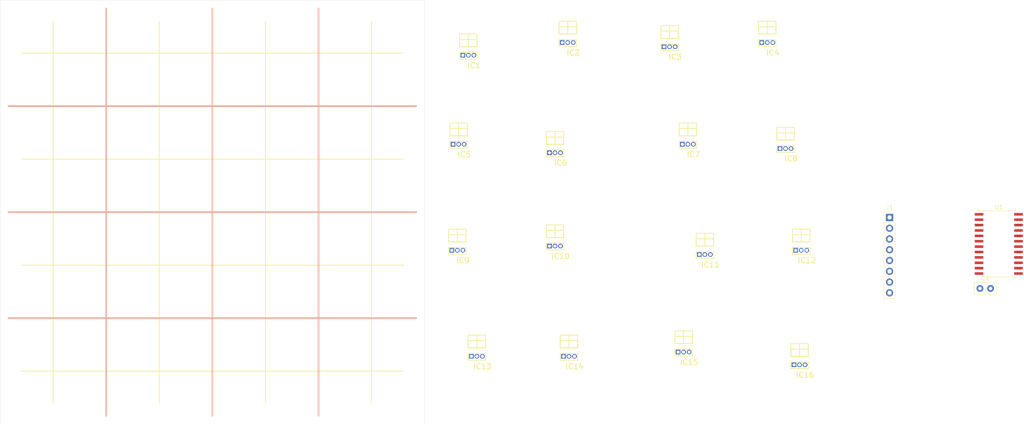
<source format=kicad_pcb>
(kicad_pcb (version 20240108) (generator "pcbnew") (generator_version "8.0")
  (title_block (title "Chessboard hardware - Chessboard sensor quarter") (rev "0") (comment 1 "This is only one quarter of the entire sensing array.") (comment 2 "An Arduino Nano is expected to handle all four sensing quarters.") (comment 3 "The quarter is 100x100mm to make it cheap, because minimum order of 5 PCBs."))
  (layers (0 "F.Cu" signal) (31 "B.Cu" signal) (34 "B.Paste" user) (35 "F.Paste" user) (36 "B.SilkS" user "B.Silkscreen") (37 "F.SilkS" user "F.Silkscreen") (38 "B.Mask" user) (39 "F.Mask" user) (44 "Edge.Cuts" user))
  (net 0 "")
  (net 1 "GND")
  (net 2 "VCC")
  (net 3 "Net-(IC1-O)")
  (net 4 "Net-(IC2-O)")
  (net 5 "Net-(IC3-O)")
  (net 6 "Net-(IC4-O)")
  (net 7 "Net-(IC5-O)")
  (net 8 "Net-(IC6-O)")
  (net 9 "Net-(IC7-O)")
  (net 10 "Net-(IC8-O)")
  (net 11 "Net-(IC9-O)")
  (net 12 "Net-(IC10-O)")
  (net 13 "Net-(IC11-O)")
  (net 14 "Net-(IC12-O)")
  (net 15 "Net-(IC13-O)")
  (net 16 "Net-(IC14-O)")
  (net 17 "Net-(IC15-O)")
  (net 18 "Net-(IC16-O)")
  (net 19 "Net-(J1-Pin_7)")
  (net 20 "Net-(J1-Pin_8)")
  (net 21 "Net-(J1-Pin_3)")
  (net 22 "Net-(J1-Pin_6)")
  (net 23 "Net-(J1-Pin_4)")
  (net 24 "Net-(J1-Pin_5)")
  (footprint "Custom SamacSys Footprints:TO130P160X410X300-3P" (layer "F.Cu") (at 180.7 86)
    (property "Reference" "IC6" (at 1.3 2.4 0) (layer "F.SilkS") (effects (font (size 1.27 1.27) (thickness 0.254))))
    (property "Value" "SS49E" (hide yes))
    (fp_line (start -2.05 -0.69) (end -2.05 0.9) (stroke (width 0.2)) (layer "F.SilkS"))
    (fp_line (start 0 -5) (end 0 -2) (stroke (width 0.2)) (layer "F.SilkS"))
    (fp_line (start 2.05 -0.69) (end -2.05 -0.69) (stroke (width 0.2)) (layer "F.SilkS"))
    (fp_line (start 2.05 0.9) (end -2.05 0.9) (stroke (width 0.2)) (layer "F.SilkS"))
    (fp_line (start 2.05 0.9) (end 2.05 -0.69) (stroke (width 0.2)) (layer "F.SilkS"))
    (fp_rect (start -2.05 -5) (end 2.05 -2) (stroke (width 0.2)) (fill none) (layer "F.SilkS"))
    (fp_rect (start -2.05 -3.7) (end 2.05 -2) (stroke (width 0.2)) (fill none) (layer "F.SilkS"))
    (pad "1" thru_hole rect (at -1.3 0) (size 1.08 1.08) (drill 0.68) (layers "*.Cu" "*.Mask") (net 2 "VCC"))
    (pad "2" thru_hole circle (at 0 0) (size 1.08 1.08) (drill 0.68) (layers "*.Cu" "*.Mask") (net 1 "GND"))
    (pad "3" thru_hole circle (at 1.3 0) (size 1.08 1.08) (drill 0.68) (layers "*.Cu" "*.Mask") (net 8 "Net-(IC6-O)"))
  )
  (footprint "Custom SamacSys Footprints:TO130P160X410X300-3P" (layer "F.Cu") (at 230.7 60)
    (property "Reference" "IC4" (at 1.3 2.4 0) (layer "F.SilkS") (effects (font (size 1.27 1.27) (thickness 0.254))))
    (property "Value" "SS49E" (hide yes))
    (fp_line (start -2.05 -0.69) (end -2.05 0.9) (stroke (width 0.2)) (layer "F.SilkS"))
    (fp_line (start 0 -5) (end 0 -2) (stroke (width 0.2)) (layer "F.SilkS"))
    (fp_line (start 2.05 -0.69) (end -2.05 -0.69) (stroke (width 0.2)) (layer "F.SilkS"))
    (fp_line (start 2.05 0.9) (end -2.05 0.9) (stroke (width 0.2)) (layer "F.SilkS"))
    (fp_line (start 2.05 0.9) (end 2.05 -0.69) (stroke (width 0.2)) (layer "F.SilkS"))
    (fp_rect (start -2.05 -5) (end 2.05 -2) (stroke (width 0.2)) (fill none) (layer "F.SilkS"))
    (fp_rect (start -2.05 -3.7) (end 2.05 -2) (stroke (width 0.2)) (fill none) (layer "F.SilkS"))
    (pad "1" thru_hole rect (at -1.3 0) (size 1.08 1.08) (drill 0.68) (layers "*.Cu" "*.Mask") (net 2 "VCC"))
    (pad "2" thru_hole circle (at 0 0) (size 1.08 1.08) (drill 0.68) (layers "*.Cu" "*.Mask") (net 1 "GND"))
    (pad "3" thru_hole circle (at 1.3 0) (size 1.08 1.08) (drill 0.68) (layers "*.Cu" "*.Mask") (net 6 "Net-(IC4-O)"))
  )
  (footprint "Custom SamacSys Footprints:TO130P160X410X300-3P" (layer "F.Cu") (at 216 110)
    (property "Reference" "IC11" (at 1.3 2.4 0) (layer "F.SilkS") (effects (font (size 1.27 1.27) (thickness 0.254))))
    (property "Value" "SS49E" (hide yes))
    (fp_line (start -2.05 -0.69) (end -2.05 0.9) (stroke (width 0.2)) (layer "F.SilkS"))
    (fp_line (start 0 -5) (end 0 -2) (stroke (width 0.2)) (layer "F.SilkS"))
    (fp_line (start 2.05 -0.69) (end -2.05 -0.69) (stroke (width 0.2)) (layer "F.SilkS"))
    (fp_line (start 2.05 0.9) (end -2.05 0.9) (stroke (width 0.2)) (layer "F.SilkS"))
    (fp_line (start 2.05 0.9) (end 2.05 -0.69) (stroke (width 0.2)) (layer "F.SilkS"))
    (fp_rect (start -2.05 -5) (end 2.05 -2) (stroke (width 0.2)) (fill none) (layer "F.SilkS"))
    (fp_rect (start -2.05 -3.7) (end 2.05 -2) (stroke (width 0.2)) (fill none) (layer "F.SilkS"))
    (pad "1" thru_hole rect (at -1.3 0) (size 1.08 1.08) (drill 0.68) (layers "*.Cu" "*.Mask") (net 2 "VCC"))
    (pad "2" thru_hole circle (at 0 0) (size 1.08 1.08) (drill 0.68) (layers "*.Cu" "*.Mask") (net 1 "GND"))
    (pad "3" thru_hole circle (at 1.3 0) (size 1.08 1.08) (drill 0.68) (layers "*.Cu" "*.Mask") (net 13 "Net-(IC11-O)"))
  )
  (footprint "Custom SamacSys Footprints:TO130P160X410X300-3P" (layer "F.Cu") (at 160.3 63)
    (property "Reference" "IC1" (at 1.3 2.4 0) (layer "F.SilkS") (effects (font (size 1.27 1.27) (thickness 0.254))))
    (property "Value" "SS49E" (hide yes))
    (fp_line (start -2.05 -0.69) (end -2.05 0.9) (stroke (width 0.2)) (layer "F.SilkS"))
    (fp_line (start 0 -5) (end 0 -2) (stroke (width 0.2)) (layer "F.SilkS"))
    (fp_line (start 2.05 -0.69) (end -2.05 -0.69) (stroke (width 0.2)) (layer "F.SilkS"))
    (fp_line (start 2.05 0.9) (end -2.05 0.9) (stroke (width 0.2)) (layer "F.SilkS"))
    (fp_line (start 2.05 0.9) (end 2.05 -0.69) (stroke (width 0.2)) (layer "F.SilkS"))
    (fp_rect (start -2.05 -5) (end 2.05 -2) (stroke (width 0.2)) (fill none) (layer "F.SilkS"))
    (fp_rect (start -2.05 -3.7) (end 2.05 -2) (stroke (width 0.2)) (fill none) (layer "F.SilkS"))
    (pad "1" thru_hole rect (at -1.3 0) (size 1.08 1.08) (drill 0.68) (layers "*.Cu" "*.Mask") (net 2 "VCC"))
    (pad "2" thru_hole circle (at 0 0) (size 1.08 1.08) (drill 0.68) (layers "*.Cu" "*.Mask") (net 1 "GND"))
    (pad "3" thru_hole circle (at 1.3 0) (size 1.08 1.08) (drill 0.68) (layers "*.Cu" "*.Mask") (net 3 "Net-(IC1-O)"))
  )
  (footprint "Custom SamacSys Footprints:TO130P160X410X300-3P" (layer "F.Cu") (at 184 134)
    (property "Reference" "IC14" (at 1.3 2.4 0) (layer "F.SilkS") (effects (font (size 1.27 1.27) (thickness 0.254))))
    (property "Value" "SS49E" (hide yes))
    (fp_line (start -2.05 -0.69) (end -2.05 0.9) (stroke (width 0.2)) (layer "F.SilkS"))
    (fp_line (start 0 -5) (end 0 -2) (stroke (width 0.2)) (layer "F.SilkS"))
    (fp_line (start 2.05 -0.69) (end -2.05 -0.69) (stroke (width 0.2)) (layer "F.SilkS"))
    (fp_line (start 2.05 0.9) (end -2.05 0.9) (stroke (width 0.2)) (layer "F.SilkS"))
    (fp_line (start 2.05 0.9) (end 2.05 -0.69) (stroke (width 0.2)) (layer "F.SilkS"))
    (fp_rect (start -2.05 -5) (end 2.05 -2) (stroke (width 0.2)) (fill none) (layer "F.SilkS"))
    (fp_rect (start -2.05 -3.7) (end 2.05 -2) (stroke (width 0.2)) (fill none) (layer "F.SilkS"))
    (pad "1" thru_hole rect (at -1.3 0) (size 1.08 1.08) (drill 0.68) (layers "*.Cu" "*.Mask") (net 2 "VCC"))
    (pad "2" thru_hole circle (at 0 0) (size 1.08 1.08) (drill 0.68) (layers "*.Cu" "*.Mask") (net 1 "GND"))
    (pad "3" thru_hole circle (at 1.3 0) (size 1.08 1.08) (drill 0.68) (layers "*.Cu" "*.Mask") (net 16 "Net-(IC14-O)"))
  )
  (footprint "Custom SamacSys Footprints:TO130P160X410X300-3P" (layer "F.Cu") (at 162.3 134)
    (property "Reference" "IC13" (at 1.3 2.4 0) (layer "F.SilkS") (effects (font (size 1.27 1.27) (thickness 0.254))))
    (property "Value" "SS49E" (hide yes))
    (fp_line (start -2.05 -0.69) (end -2.05 0.9) (stroke (width 0.2)) (layer "F.SilkS"))
    (fp_line (start 0 -5) (end 0 -2) (stroke (width 0.2)) (layer "F.SilkS"))
    (fp_line (start 2.05 -0.69) (end -2.05 -0.69) (stroke (width 0.2)) (layer "F.SilkS"))
    (fp_line (start 2.05 0.9) (end -2.05 0.9) (stroke (width 0.2)) (layer "F.SilkS"))
    (fp_line (start 2.05 0.9) (end 2.05 -0.69) (stroke (width 0.2)) (layer "F.SilkS"))
    (fp_rect (start -2.05 -5) (end 2.05 -2) (stroke (width 0.2)) (fill none) (layer "F.SilkS"))
    (fp_rect (start -2.05 -3.7) (end 2.05 -2) (stroke (width 0.2)) (fill none) (layer "F.SilkS"))
    (pad "1" thru_hole rect (at -1.3 0) (size 1.08 1.08) (drill 0.68) (layers "*.Cu" "*.Mask") (net 2 "VCC"))
    (pad "2" thru_hole circle (at 0 0) (size 1.08 1.08) (drill 0.68) (layers "*.Cu" "*.Mask") (net 1 "GND"))
    (pad "3" thru_hole circle (at 1.3 0) (size 1.08 1.08) (drill 0.68) (layers "*.Cu" "*.Mask") (net 15 "Net-(IC13-O)"))
  )
  (footprint "Custom SamacSys Footprints:TO130P160X410X300-3P" (layer "F.Cu") (at 238.7 109)
    (property "Reference" "IC12" (at 1.3 2.4 0) (layer "F.SilkS") (effects (font (size 1.27 1.27) (thickness 0.254))))
    (property "Value" "SS49E" (hide yes))
    (fp_line (start -2.05 -0.69) (end -2.05 0.9) (stroke (width 0.2)) (layer "F.SilkS"))
    (fp_line (start 0 -5) (end 0 -2) (stroke (width 0.2)) (layer "F.SilkS"))
    (fp_line (start 2.05 -0.69) (end -2.05 -0.69) (stroke (width 0.2)) (layer "F.SilkS"))
    (fp_line (start 2.05 0.9) (end -2.05 0.9) (stroke (width 0.2)) (layer "F.SilkS"))
    (fp_line (start 2.05 0.9) (end 2.05 -0.69) (stroke (width 0.2)) (layer "F.SilkS"))
    (fp_rect (start -2.05 -5) (end 2.05 -2) (stroke (width 0.2)) (fill none) (layer "F.SilkS"))
    (fp_rect (start -2.05 -3.7) (end 2.05 -2) (stroke (width 0.2)) (fill none) (layer "F.SilkS"))
    (pad "1" thru_hole rect (at -1.3 0) (size 1.08 1.08) (drill 0.68) (layers "*.Cu" "*.Mask") (net 2 "VCC"))
    (pad "2" thru_hole circle (at 0 0) (size 1.08 1.08) (drill 0.68) (layers "*.Cu" "*.Mask") (net 1 "GND"))
    (pad "3" thru_hole circle (at 1.3 0) (size 1.08 1.08) (drill 0.68) (layers "*.Cu" "*.Mask") (net 14 "Net-(IC12-O)"))
  )
  (footprint "Custom SamacSys Footprints:TO130P160X410X300-3P" (layer "F.Cu") (at 207.7 61)
    (property "Reference" "IC3" (at 1.3 2.4 0) (layer "F.SilkS") (effects (font (size 1.27 1.27) (thickness 0.254))))
    (property "Value" "SS49E" (hide yes))
    (fp_line (start -2.05 -0.69) (end -2.05 0.9) (stroke (width 0.2)) (layer "F.SilkS"))
    (fp_line (start 0 -5) (end 0 -2) (stroke (width 0.2)) (layer "F.SilkS"))
    (fp_line (start 2.05 -0.69) (end -2.05 -0.69) (stroke (width 0.2)) (layer "F.SilkS"))
    (fp_line (start 2.05 0.9) (end -2.05 0.9) (stroke (width 0.2)) (layer "F.SilkS"))
    (fp_line (start 2.05 0.9) (end 2.05 -0.69) (stroke (width 0.2)) (layer "F.SilkS"))
    (fp_rect (start -2.05 -5) (end 2.05 -2) (stroke (width 0.2)) (fill none) (layer "F.SilkS"))
    (fp_rect (start -2.05 -3.7) (end 2.05 -2) (stroke (width 0.2)) (fill none) (layer "F.SilkS"))
    (pad "1" thru_hole rect (at -1.3 0) (size 1.08 1.08) (drill 0.68) (layers "*.Cu" "*.Mask") (net 2 "VCC"))
    (pad "2" thru_hole circle (at 0 0) (size 1.08 1.08) (drill 0.68) (layers "*.Cu" "*.Mask") (net 1 "GND"))
    (pad "3" thru_hole circle (at 1.3 0) (size 1.08 1.08) (drill 0.68) (layers "*.Cu" "*.Mask") (net 5 "Net-(IC3-O)"))
  )
  (footprint "Custom SamacSys Footprints:TO130P160X410X300-3P" (layer "F.Cu") (at 180.7 108)
    (property "Reference" "IC10" (at 1.3 2.4 0) (layer "F.SilkS") (effects (font (size 1.27 1.27) (thickness 0.254))))
    (property "Value" "SS49E" (hide yes))
    (fp_line (start -2.05 -0.69) (end -2.05 0.9) (stroke (width 0.2)) (layer "F.SilkS"))
    (fp_line (start 0 -5) (end 0 -2) (stroke (width 0.2)) (layer "F.SilkS"))
    (fp_line (start 2.05 -0.69) (end -2.05 -0.69) (stroke (width 0.2)) (layer "F.SilkS"))
    (fp_line (start 2.05 0.9) (end -2.05 0.9) (stroke (width 0.2)) (layer "F.SilkS"))
    (fp_line (start 2.05 0.9) (end 2.05 -0.69) (stroke (width 0.2)) (layer "F.SilkS"))
    (fp_rect (start -2.05 -5) (end 2.05 -2) (stroke (width 0.2)) (fill none) (layer "F.SilkS"))
    (fp_rect (start -2.05 -3.7) (end 2.05 -2) (stroke (width 0.2)) (fill none) (layer "F.SilkS"))
    (pad "1" thru_hole rect (at -1.3 0) (size 1.08 1.08) (drill 0.68) (layers "*.Cu" "*.Mask") (net 2 "VCC"))
    (pad "2" thru_hole circle (at 0 0) (size 1.08 1.08) (drill 0.68) (layers "*.Cu" "*.Mask") (net 1 "GND"))
    (pad "3" thru_hole circle (at 1.3 0) (size 1.08 1.08) (drill 0.68) (layers "*.Cu" "*.Mask") (net 12 "Net-(IC10-O)"))
  )
  (footprint "Custom SamacSys Footprints:TO130P160X410X300-3P" (layer "F.Cu") (at 183.7 60)
    (property "Reference" "IC2" (at 1.3 2.4 0) (layer "F.SilkS") (effects (font (size 1.27 1.27) (thickness 0.254))))
    (property "Value" "SS49E" (hide yes))
    (fp_line (start -2.05 -0.69) (end -2.05 0.9) (stroke (width 0.2)) (layer "F.SilkS"))
    (fp_line (start 0 -5) (end 0 -2) (stroke (width 0.2)) (layer "F.SilkS"))
    (fp_line (start 2.05 -0.69) (end -2.05 -0.69) (stroke (width 0.2)) (layer "F.SilkS"))
    (fp_line (start 2.05 0.9) (end -2.05 0.9) (stroke (width 0.2)) (layer "F.SilkS"))
    (fp_line (start 2.05 0.9) (end 2.05 -0.69) (stroke (width 0.2)) (layer "F.SilkS"))
    (fp_rect (start -2.05 -5) (end 2.05 -2) (stroke (width 0.2)) (fill none) (layer "F.SilkS"))
    (fp_rect (start -2.05 -3.7) (end 2.05 -2) (stroke (width 0.2)) (fill none) (layer "F.SilkS"))
    (pad "1" thru_hole rect (at -1.3 0) (size 1.08 1.08) (drill 0.68) (layers "*.Cu" "*.Mask") (net 2 "VCC"))
    (pad "2" thru_hole circle (at 0 0) (size 1.08 1.08) (drill 0.68) (layers "*.Cu" "*.Mask") (net 1 "GND"))
    (pad "3" thru_hole circle (at 1.3 0) (size 1.08 1.08) (drill 0.68) (layers "*.Cu" "*.Mask") (net 4 "Net-(IC2-O)"))
  )
  (footprint "Package_SO:SOIC-24W_7.5x15.4mm_P1.27mm" (layer "F.Cu") (at 285.23 107.5)
    (property "Reference" "U1" (at 0 -8.65 0) (layer "F.SilkS"))
    (property "Value" "CD74HC4067M")
    (fp_line (start -3.86 -7.81) (end -3.86 -7.545) (stroke (width 0.12)) (layer "F.SilkS"))
    (fp_line (start -3.86 7.81) (end -3.86 7.545) (stroke (width 0.12)) (layer "F.SilkS"))
    (fp_line (start 0 -7.81) (end -3.86 -7.81) (stroke (width 0.12)) (layer "F.SilkS"))
    (fp_line (start 0 -7.81) (end 3.86 -7.81) (stroke (width 0.12)) (layer "F.SilkS"))
    (fp_line (start 0 7.81) (end -3.86 7.81) (stroke (width 0.12)) (layer "F.SilkS"))
    (fp_line (start 0 7.81) (end 3.86 7.81) (stroke (width 0.12)) (layer "F.SilkS"))
    (fp_line (start 3.86 -7.81) (end 3.86 -7.545) (stroke (width 0.12)) (layer "F.SilkS"))
    (fp_line (start 3.86 7.81) (end 3.86 7.545) (stroke (width 0.12)) (layer "F.SilkS"))
    (fp_poly (pts (xy -4.7125 -7.545) (xy -5.0525 -8.015) (xy -4.3725 -8.015) (xy -4.7125 -7.545)) (stroke (width 0.12)) (fill solid) (layer "F.SilkS"))
    (pad "1" smd roundrect (at -4.65 -6.985) (size 2.05 0.6) (layers "F.Cu" "F.Paste" "F.Mask") (net 23 "Net-(J1-Pin_4)"))
    (pad "2" smd roundrect (at -4.65 -5.715) (size 2.05 0.6) (layers "F.Cu" "F.Paste" "F.Mask") (net 10 "Net-(IC8-O)"))
    (pad "3" smd roundrect (at -4.65 -4.445) (size 2.05 0.6) (layers "F.Cu" "F.Paste" "F.Mask") (net 9 "Net-(IC7-O)"))
    (pad "4" smd roundrect (at -4.65 -3.175) (size 2.05 0.6) (layers "F.Cu" "F.Paste" "F.Mask") (net 8 "Net-(IC6-O)"))
    (pad "5" smd roundrect (at -4.65 -1.905) (size 2.05 0.6) (layers "F.Cu" "F.Paste" "F.Mask") (net 7 "Net-(IC5-O)"))
    (pad "6" smd roundrect (at -4.65 -0.635) (size 2.05 0.6) (layers "F.Cu" "F.Paste" "F.Mask") (net 6 "Net-(IC4-O)"))
    (pad "7" smd roundrect (at -4.65 0.635) (size 2.05 0.6) (layers "F.Cu" "F.Paste" "F.Mask") (net 5 "Net-(IC3-O)"))
    (pad "8" smd roundrect (at -4.65 1.905) (size 2.05 0.6) (layers "F.Cu" "F.Paste" "F.Mask") (net 4 "Net-(IC2-O)"))
    (pad "9" smd roundrect (at -4.65 3.175) (size 2.05 0.6) (layers "F.Cu" "F.Paste" "F.Mask") (net 3 "Net-(IC1-O)"))
    (pad "10" smd roundrect (at -4.65 4.445) (size 2.05 0.6) (layers "F.Cu" "F.Paste" "F.Mask") (net 24 "Net-(J1-Pin_5)"))
    (pad "11" smd roundrect (at -4.65 5.715) (size 2.05 0.6) (layers "F.Cu" "F.Paste" "F.Mask") (net 22 "Net-(J1-Pin_6)"))
    (pad "12" smd roundrect (at -4.65 6.985) (size 2.05 0.6) (layers "F.Cu" "F.Paste" "F.Mask") (net 1 "GND"))
    (pad "13" smd roundrect (at 4.65 6.985) (size 2.05 0.6) (layers "F.Cu" "F.Paste" "F.Mask") (net 20 "Net-(J1-Pin_8)"))
    (pad "14" smd roundrect (at 4.65 5.715) (size 2.05 0.6) (layers "F.Cu" "F.Paste" "F.Mask") (net 19 "Net-(J1-Pin_7)"))
    (pad "15" smd roundrect (at 4.65 4.445) (size 2.05 0.6) (layers "F.Cu" "F.Paste" "F.Mask") (net 21 "Net-(J1-Pin_3)"))
    (pad "16" smd roundrect (at 4.65 3.175) (size 2.05 0.6) (layers "F.Cu" "F.Paste" "F.Mask") (net 18 "Net-(IC16-O)"))
    (pad "17" smd roundrect (at 4.65 1.905) (size 2.05 0.6) (layers "F.Cu" "F.Paste" "F.Mask") (net 17 "Net-(IC15-O)"))
    (pad "18" smd roundrect (at 4.65 0.635) (size 2.05 0.6) (layers "F.Cu" "F.Paste" "F.Mask") (net 16 "Net-(IC14-O)"))
    (pad "19" smd roundrect (at 4.65 -0.635) (size 2.05 0.6) (layers "F.Cu" "F.Paste" "F.Mask") (net 15 "Net-(IC13-O)"))
    (pad "20" smd roundrect (at 4.65 -1.905) (size 2.05 0.6) (layers "F.Cu" "F.Paste" "F.Mask") (net 14 "Net-(IC12-O)"))
    (pad "21" smd roundrect (at 4.65 -3.175) (size 2.05 0.6) (layers "F.Cu" "F.Paste" "F.Mask") (net 13 "Net-(IC11-O)"))
    (pad "22" smd roundrect (at 4.65 -4.445) (size 2.05 0.6) (layers "F.Cu" "F.Paste" "F.Mask") (net 12 "Net-(IC10-O)"))
    (pad "23" smd roundrect (at 4.65 -5.715) (size 2.05 0.6) (layers "F.Cu" "F.Paste" "F.Mask") (net 11 "Net-(IC9-O)"))
    (pad "24" smd roundrect (at 4.65 -6.985) (size 2.05 0.6) (layers "F.Cu" "F.Paste" "F.Mask") (net 2 "VCC"))
  )
  (footprint "Custom SamacSys Footprints:TO130P160X410X300-3P" (layer "F.Cu") (at 238.3 136)
    (property "Reference" "IC16" (at 1.3 2.4 0) (layer "F.SilkS") (effects (font (size 1.27 1.27) (thickness 0.254))))
    (property "Value" "SS49E" (hide yes))
    (fp_line (start -2.05 -0.69) (end -2.05 0.9) (stroke (width 0.2)) (layer "F.SilkS"))
    (fp_line (start 0 -5) (end 0 -2) (stroke (width 0.2)) (layer "F.SilkS"))
    (fp_line (start 2.05 -0.69) (end -2.05 -0.69) (stroke (width 0.2)) (layer "F.SilkS"))
    (fp_line (start 2.05 0.9) (end -2.05 0.9) (stroke (width 0.2)) (layer "F.SilkS"))
    (fp_line (start 2.05 0.9) (end 2.05 -0.69) (stroke (width 0.2)) (layer "F.SilkS"))
    (fp_rect (start -2.05 -5) (end 2.05 -2) (stroke (width 0.2)) (fill none) (layer "F.SilkS"))
    (fp_rect (start -2.05 -3.7) (end 2.05 -2) (stroke (width 0.2)) (fill none) (layer "F.SilkS"))
    (pad "1" thru_hole rect (at -1.3 0) (size 1.08 1.08) (drill 0.68) (layers "*.Cu" "*.Mask") (net 2 "VCC"))
    (pad "2" thru_hole circle (at 0 0) (size 1.08 1.08) (drill 0.68) (layers "*.Cu" "*.Mask") (net 1 "GND"))
    (pad "3" thru_hole circle (at 1.3 0) (size 1.08 1.08) (drill 0.68) (layers "*.Cu" "*.Mask") (net 18 "Net-(IC16-O)"))
  )
  (footprint "Connector_PinHeader_2.54mm:PinHeader_1x08_P2.54mm_Vertical" (layer "F.Cu") (at 259.5 101.25)
    (property "Reference" "J1" (at 0 -2.33 0) (layer "F.SilkS"))
    (property "Value" "Conn_01x08_Pin")
    (fp_line (start -1.33 -1.33) (end 0 -1.33) (stroke (width 0.12)) (layer "F.SilkS"))
    (fp_line (start -1.33 0) (end -1.33 -1.33) (stroke (width 0.12)) (layer "F.SilkS"))
    (fp_line (start -1.33 1.27) (end -1.33 19.11) (stroke (width 0.12)) (layer "F.SilkS"))
    (fp_line (start -1.33 1.27) (end 1.33 1.27) (stroke (width 0.12)) (layer "F.SilkS"))
    (fp_line (start -1.33 19.11) (end 1.33 19.11) (stroke (width 0.12)) (layer "F.SilkS"))
    (fp_line (start 1.33 1.27) (end 1.33 19.11) (stroke (width 0.12)) (layer "F.SilkS"))
    (pad "1" thru_hole rect (at 0 0) (size 1.7 1.7) (drill 1) (layers "*.Cu" "*.Mask") (net 2 "VCC"))
    (pad "2" thru_hole oval (at 0 2.54) (size 1.7 1.7) (drill 1) (layers "*.Cu" "*.Mask") (net 1 "GND"))
    (pad "3" thru_hole oval (at 0 5.08) (size 1.7 1.7) (drill 1) (layers "*.Cu" "*.Mask") (net 21 "Net-(J1-Pin_3)"))
    (pad "4" thru_hole oval (at 0 7.62) (size 1.7 1.7) (drill 1) (layers "*.Cu" "*.Mask") (net 23 "Net-(J1-Pin_4)"))
    (pad "5" thru_hole oval (at 0 10.16) (size 1.7 1.7) (drill 1) (layers "*.Cu" "*.Mask") (net 24 "Net-(J1-Pin_5)"))
    (pad "6" thru_hole oval (at 0 12.7) (size 1.7 1.7) (drill 1) (layers "*.Cu" "*.Mask") (net 22 "Net-(J1-Pin_6)"))
    (pad "7" thru_hole oval (at 0 15.24) (size 1.7 1.7) (drill 1) (layers "*.Cu" "*.Mask") (net 19 "Net-(J1-Pin_7)"))
    (pad "8" thru_hole oval (at 0 17.78) (size 1.7 1.7) (drill 1) (layers "*.Cu" "*.Mask") (net 20 "Net-(J1-Pin_8)"))
  )
  (footprint "Capacitor_THT:C_Disc_D5.0mm_W2.5mm_P2.50mm" (layer "F.Cu") (at 280.8 118)
    (property "Reference" "C1" (at 1.25 -2.5 0) (layer "F.SilkS"))
    (property "Value" "100nf")
    (fp_line (start -1.37 -1.37) (end -1.37 1.37) (stroke (width 0.12)) (layer "F.SilkS"))
    (fp_line (start -1.37 -1.37) (end 3.87 -1.37) (stroke (width 0.12)) (layer "F.SilkS"))
    (fp_line (start -1.37 1.37) (end 3.87 1.37) (stroke (width 0.12)) (layer "F.SilkS"))
    (fp_line (start 3.87 -1.37) (end 3.87 1.37) (stroke (width 0.12)) (layer "F.SilkS"))
    (pad "1" thru_hole circle (at 0 0) (size 1.6 1.6) (drill 0.8) (layers "*.Cu" "*.Mask") (net 1 "GND"))
    (pad "2" thru_hole circle (at 2.5 0) (size 1.6 1.6) (drill 0.8) (layers "*.Cu" "*.Mask") (net 2 "VCC"))
  )
  (footprint "Custom SamacSys Footprints:TO130P160X410X300-3P" (layer "F.Cu") (at 158 84)
    (property "Reference" "IC5" (at 1.3 2.4 0) (layer "F.SilkS") (effects (font (size 1.27 1.27) (thickness 0.254))))
    (property "Value" "SS49E" (hide yes))
    (fp_line (start -2.05 -0.69) (end -2.05 0.9) (stroke (width 0.2)) (layer "F.SilkS"))
    (fp_line (start 0 -5) (end 0 -2) (stroke (width 0.2)) (layer "F.SilkS"))
    (fp_line (start 2.05 -0.69) (end -2.05 -0.69) (stroke (width 0.2)) (layer "F.SilkS"))
    (fp_line (start 2.05 0.9) (end -2.05 0.9) (stroke (width 0.2)) (layer "F.SilkS"))
    (fp_line (start 2.05 0.9) (end 2.05 -0.69) (stroke (width 0.2)) (layer "F.SilkS"))
    (fp_rect (start -2.05 -5) (end 2.05 -2) (stroke (width 0.2)) (fill none) (layer "F.SilkS"))
    (fp_rect (start -2.05 -3.7) (end 2.05 -2) (stroke (width 0.2)) (fill none) (layer "F.SilkS"))
    (pad "1" thru_hole rect (at -1.3 0) (size 1.08 1.08) (drill 0.68) (layers "*.Cu" "*.Mask") (net 2 "VCC"))
    (pad "2" thru_hole circle (at 0 0) (size 1.08 1.08) (drill 0.68) (layers "*.Cu" "*.Mask") (net 1 "GND"))
    (pad "3" thru_hole circle (at 1.3 0) (size 1.08 1.08) (drill 0.68) (layers "*.Cu" "*.Mask") (net 7 "Net-(IC5-O)"))
  )
  (footprint "Custom SamacSys Footprints:TO130P160X410X300-3P" (layer "F.Cu") (at 157.7 109)
    (property "Reference" "IC9" (at 1.3 2.4 0) (layer "F.SilkS") (effects (font (size 1.27 1.27) (thickness 0.254))))
    (property "Value" "SS49E" (hide yes))
    (fp_line (start -2.05 -0.69) (end -2.05 0.9) (stroke (width 0.2)) (layer "F.SilkS"))
    (fp_line (start 0 -5) (end 0 -2) (stroke (width 0.2)) (layer "F.SilkS"))
    (fp_line (start 2.05 -0.69) (end -2.05 -0.69) (stroke (width 0.2)) (layer "F.SilkS"))
    (fp_line (start 2.05 0.9) (end -2.05 0.9) (stroke (width 0.2)) (layer "F.SilkS"))
    (fp_line (start 2.05 0.9) (end 2.05 -0.69) (stroke (width 0.2)) (layer "F.SilkS"))
    (fp_rect (start -2.05 -5) (end 2.05 -2) (stroke (width 0.2)) (fill none) (layer "F.SilkS"))
    (fp_rect (start -2.05 -3.7) (end 2.05 -2) (stroke (width 0.2)) (fill none) (layer "F.SilkS"))
    (pad "1" thru_hole rect (at -1.3 0) (size 1.08 1.08) (drill 0.68) (layers "*.Cu" "*.Mask") (net 2 "VCC"))
    (pad "2" thru_hole circle (at 0 0) (size 1.08 1.08) (drill 0.68) (layers "*.Cu" "*.Mask") (net 1 "GND"))
    (pad "3" thru_hole circle (at 1.3 0) (size 1.08 1.08) (drill 0.68) (layers "*.Cu" "*.Mask") (net 11 "Net-(IC9-O)"))
  )
  (footprint "Custom SamacSys Footprints:TO130P160X410X300-3P" (layer "F.Cu") (at 211 133)
    (property "Reference" "IC15" (at 1.3 2.4 0) (layer "F.SilkS") (effects (font (size 1.27 1.27) (thickness 0.254))))
    (property "Value" "SS49E" (hide yes))
    (fp_line (start -2.05 -0.69) (end -2.05 0.9) (stroke (width 0.2)) (layer "F.SilkS"))
    (fp_line (start 0 -5) (end 0 -2) (stroke (width 0.2)) (layer "F.SilkS"))
    (fp_line (start 2.05 -0.69) (end -2.05 -0.69) (stroke (width 0.2)) (layer "F.SilkS"))
    (fp_line (start 2.05 0.9) (end -2.05 0.9) (stroke (width 0.2)) (layer "F.SilkS"))
    (fp_line (start 2.05 0.9) (end 2.05 -0.69) (stroke (width 0.2)) (layer "F.SilkS"))
    (fp_rect (start -2.05 -5) (end 2.05 -2) (stroke (width 0.2)) (fill none) (layer "F.SilkS"))
    (fp_rect (start -2.05 -3.7) (end 2.05 -2) (stroke (width 0.2)) (fill none) (layer "F.SilkS"))
    (pad "1" thru_hole rect (at -1.3 0) (size 1.08 1.08) (drill 0.68) (layers "*.Cu" "*.Mask") (net 2 "VCC"))
    (pad "2" thru_hole circle (at 0 0) (size 1.08 1.08) (drill 0.68) (layers "*.Cu" "*.Mask") (net 1 "GND"))
    (pad "3" thru_hole circle (at 1.3 0) (size 1.08 1.08) (drill 0.68) (layers "*.Cu" "*.Mask") (net 17 "Net-(IC15-O)"))
  )
  (footprint "Custom SamacSys Footprints:TO130P160X410X300-3P" (layer "F.Cu") (at 235 85)
    (property "Reference" "IC8" (at 1.3 2.4 0) (layer "F.SilkS") (effects (font (size 1.27 1.27) (thickness 0.254))))
    (property "Value" "SS49E" (hide yes))
    (fp_line (start -2.05 -0.69) (end -2.05 0.9) (stroke (width 0.2)) (layer "F.SilkS"))
    (fp_line (start 0 -5) (end 0 -2) (stroke (width 0.2)) (layer "F.SilkS"))
    (fp_line (start 2.05 -0.69) (end -2.05 -0.69) (stroke (width 0.2)) (layer "F.SilkS"))
    (fp_line (start 2.05 0.9) (end -2.05 0.9) (stroke (width 0.2)) (layer "F.SilkS"))
    (fp_line (start 2.05 0.9) (end 2.05 -0.69) (stroke (width 0.2)) (layer "F.SilkS"))
    (fp_rect (start -2.05 -5) (end 2.05 -2) (stroke (width 0.2)) (fill none) (layer "F.SilkS"))
    (fp_rect (start -2.05 -3.7) (end 2.05 -2) (stroke (width 0.2)) (fill none) (layer "F.SilkS"))
    (pad "1" thru_hole rect (at -1.3 0) (size 1.08 1.08) (drill 0.68) (layers "*.Cu" "*.Mask") (net 2 "VCC"))
    (pad "2" thru_hole circle (at 0 0) (size 1.08 1.08) (drill 0.68) (layers "*.Cu" "*.Mask") (net 1 "GND"))
    (pad "3" thru_hole circle (at 1.3 0) (size 1.08 1.08) (drill 0.68) (layers "*.Cu" "*.Mask") (net 10 "Net-(IC8-O)"))
  )
  (footprint "Custom SamacSys Footprints:TO130P160X410X300-3P" (layer "F.Cu") (at 212 84)
    (property "Reference" "IC7" (at 1.3 2.4 0) (layer "F.SilkS") (effects (font (size 1.27 1.27) (thickness 0.254))))
    (property "Value" "SS49E" (hide yes))
    (fp_line (start -2.05 -0.69) (end -2.05 0.9) (stroke (width 0.2)) (layer "F.SilkS"))
    (fp_line (start 0 -5) (end 0 -2) (stroke (width 0.2)) (layer "F.SilkS"))
    (fp_line (start 2.05 -0.69) (end -2.05 -0.69) (stroke (width 0.2)) (layer "F.SilkS"))
    (fp_line (start 2.05 0.9) (end -2.05 0.9) (stroke (width 0.2)) (layer "F.SilkS"))
    (fp_line (start 2.05 0.9) (end 2.05 -0.69) (stroke (width 0.2)) (layer "F.SilkS"))
    (fp_rect (start -2.05 -5) (end 2.05 -2) (stroke (width 0.2)) (fill none) (layer "F.SilkS"))
    (fp_rect (start -2.05 -3.7) (end 2.05 -2) (stroke (width 0.2)) (fill none) (layer "F.SilkS"))
    (pad "1" thru_hole rect (at -1.3 0) (size 1.08 1.08) (drill 0.68) (layers "*.Cu" "*.Mask") (net 2 "VCC"))
    (pad "2" thru_hole circle (at 0 0) (size 1.08 1.08) (drill 0.68) (layers "*.Cu" "*.Mask") (net 1 "GND"))
    (pad "3" thru_hole circle (at 1.3 0) (size 1.08 1.08) (drill 0.68) (layers "*.Cu" "*.Mask") (net 9 "Net-(IC7-O)"))
  )
  (gr_line (start 52 125) (end 148 125) (stroke (width 0.4)) (layer "B.SilkS"))
  (gr_line (start 125 52) (end 125 148) (stroke (width 0.4)) (layer "B.SilkS"))
  (gr_line (start 52 100) (end 148 100) (stroke (width 0.4)) (layer "B.SilkS"))
  (gr_line (start 100 148) (end 100 52) (stroke (width 0.4)) (layer "B.SilkS"))
  (gr_line (start 52 75) (end 148 75) (stroke (width 0.4)) (layer "B.SilkS"))
  (gr_line (start 75 52) (end 75 148) (stroke (width 0.4)) (layer "B.SilkS"))
  (gr_line (start 100 52) (end 100 148) (stroke (width 0.4)) (layer "F.SilkS"))
  (gr_line (start 112.5 55) (end 112.5 145) (stroke (width 0.2)) (layer "F.SilkS"))
  (gr_line (start 52 75) (end 148 75) (stroke (width 0.4)) (layer "F.SilkS"))
  (gr_line (start 52 100) (end 148 100) (stroke (width 0.4)) (layer "F.SilkS"))
  (gr_line (start 55 62.5) (end 145 62.5) (stroke (width 0.2)) (layer "F.SilkS"))
  (gr_line (start 62.5 55) (end 62.5 145) (stroke (width 0.2)) (layer "F.SilkS"))
  (gr_line (start 52 125) (end 148 125) (stroke (width 0.4)) (layer "F.SilkS"))
  (gr_line (start 55 137.5) (end 145 137.5) (stroke (width 0.2)) (layer "F.SilkS"))
  (gr_line (start 125 52) (end 125 148) (stroke (width 0.4)) (layer "F.SilkS"))
  (gr_line (start 75 52) (end 75 148) (stroke (width 0.4)) (layer "F.SilkS"))
  (gr_line (start 55 87.5) (end 145 87.5) (stroke (width 0.2)) (layer "F.SilkS"))
  (gr_line (start 55 112.5) (end 145 112.5) (stroke (width 0.2)) (layer "F.SilkS"))
  (gr_line (start 87.5 55) (end 87.5 145) (stroke (width 0.2)) (layer "F.SilkS"))
  (gr_line (start 137.5 55) (end 137.5 145) (stroke (width 0.2)) (layer "F.SilkS"))
  (gr_rect (start 50 50) (end 150 150) (stroke (width 0.05)) (fill none) (layer "Edge.Cuts"))
)
</source>
